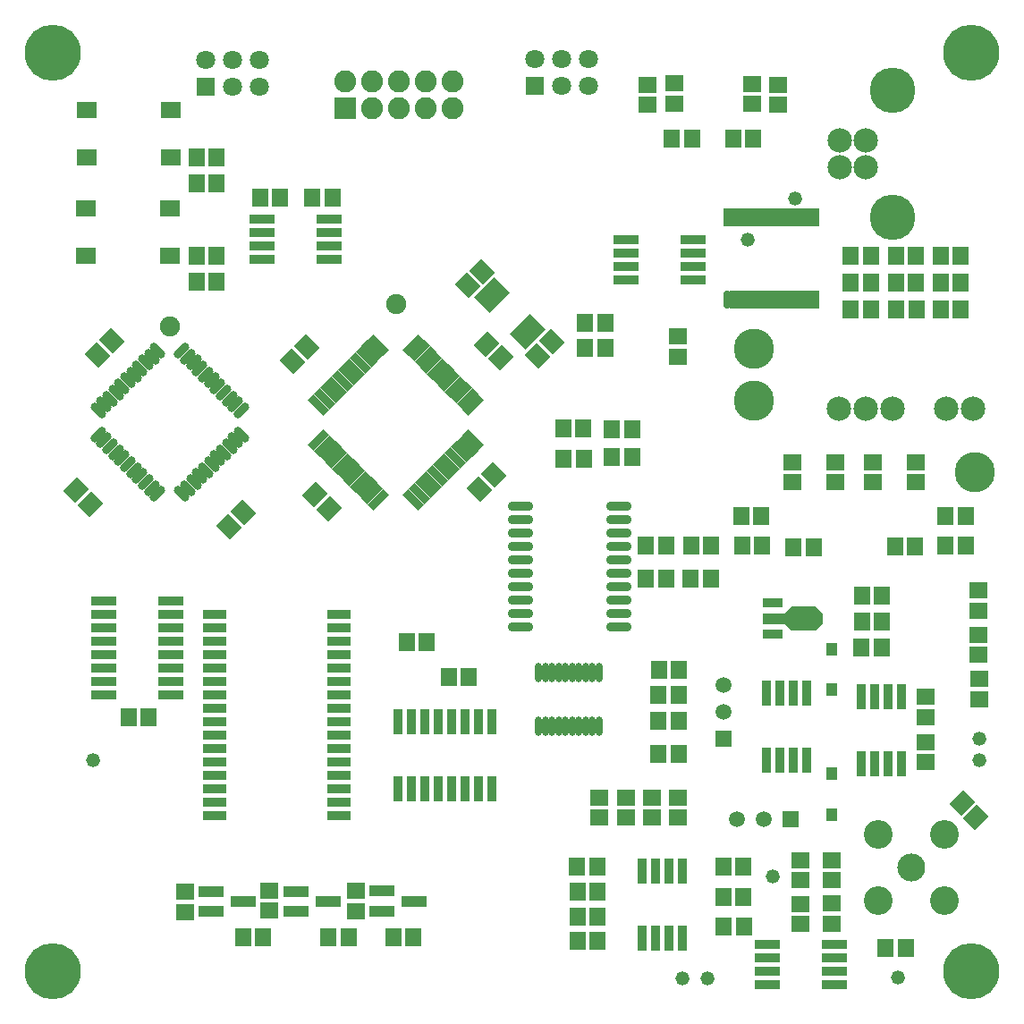
<source format=gts>
G04*
G04 #@! TF.GenerationSoftware,Altium Limited,Altium Designer,21.6.4 (81)*
G04*
G04 Layer_Color=8388736*
%FSLAX25Y25*%
%MOIN*%
G70*
G04*
G04 #@! TF.SameCoordinates,DCC330B1-B26A-4D2F-83E0-9CF8D3C12DAD*
G04*
G04*
G04 #@! TF.FilePolarity,Negative*
G04*
G01*
G75*
%ADD43C,0.07500*%
%ADD44R,0.06318X0.07106*%
%ADD45R,0.07106X0.06318*%
%ADD46R,0.03600X0.09200*%
%ADD47R,0.09200X0.04350*%
%ADD48R,0.09224X0.04350*%
%ADD49R,0.09074X0.03365*%
%ADD50O,0.02578X0.07302*%
%ADD51R,0.04153X0.05137*%
%ADD52C,0.05200*%
G04:AMPARAMS|DCode=53|XSize=82.87mil|YSize=31.69mil|CornerRadius=0mil|HoleSize=0mil|Usage=FLASHONLY|Rotation=225.000|XOffset=0mil|YOffset=0mil|HoleType=Round|Shape=Rectangle|*
%AMROTATEDRECTD53*
4,1,4,0.01810,0.04050,0.04050,0.01810,-0.01810,-0.04050,-0.04050,-0.01810,0.01810,0.04050,0.0*
%
%ADD53ROTATEDRECTD53*%

G04:AMPARAMS|DCode=54|XSize=82.87mil|YSize=31.69mil|CornerRadius=0mil|HoleSize=0mil|Usage=FLASHONLY|Rotation=315.000|XOffset=0mil|YOffset=0mil|HoleType=Round|Shape=Rectangle|*
%AMROTATEDRECTD54*
4,1,4,-0.04050,0.01810,-0.01810,0.04050,0.04050,-0.01810,0.01810,-0.04050,-0.04050,0.01810,0.0*
%
%ADD54ROTATEDRECTD54*%

%ADD55O,0.09468X0.03562*%
G04:AMPARAMS|DCode=56|XSize=63.18mil|YSize=71.06mil|CornerRadius=0mil|HoleSize=0mil|Usage=FLASHONLY|Rotation=135.000|XOffset=0mil|YOffset=0mil|HoleType=Round|Shape=Rectangle|*
%AMROTATEDRECTD56*
4,1,4,0.04746,0.00278,-0.00278,-0.04746,-0.04746,-0.00278,0.00278,0.04746,0.04746,0.00278,0.0*
%
%ADD56ROTATEDRECTD56*%

%ADD57R,0.09200X0.03600*%
G04:AMPARAMS|DCode=58|XSize=63.18mil|YSize=71.06mil|CornerRadius=0mil|HoleSize=0mil|Usage=FLASHONLY|Rotation=45.000|XOffset=0mil|YOffset=0mil|HoleType=Round|Shape=Rectangle|*
%AMROTATEDRECTD58*
4,1,4,0.00278,-0.04746,-0.04746,0.00278,-0.00278,0.04746,0.04746,-0.00278,0.00278,-0.04746,0.0*
%
%ADD58ROTATEDRECTD58*%

%ADD59R,0.07302X0.06318*%
%ADD60R,0.06318X0.07106*%
%ADD61R,0.09074X0.03956*%
G04:AMPARAMS|DCode=62|XSize=82.87mil|YSize=106.49mil|CornerRadius=0mil|HoleSize=0mil|Usage=FLASHONLY|Rotation=315.000|XOffset=0mil|YOffset=0mil|HoleType=Round|Shape=Rectangle|*
%AMROTATEDRECTD62*
4,1,4,-0.06695,-0.00835,0.00835,0.06695,0.06695,0.00835,-0.00835,-0.06695,-0.06695,-0.00835,0.0*
%
%ADD62ROTATEDRECTD62*%

%ADD63R,0.07499X0.03562*%
%ADD64R,0.02696X0.06909*%
G04:AMPARAMS|DCode=65|XSize=31.69mil|YSize=69.09mil|CornerRadius=0mil|HoleSize=0mil|Usage=FLASHONLY|Rotation=225.000|XOffset=0mil|YOffset=0mil|HoleType=Round|Shape=Round|*
%AMOVALD65*
21,1,0.03740,0.03169,0.00000,0.00000,315.0*
1,1,0.03169,-0.01322,0.01322*
1,1,0.03169,0.01322,-0.01322*
%
%ADD65OVALD65*%

G04:AMPARAMS|DCode=66|XSize=31.69mil|YSize=69.09mil|CornerRadius=0mil|HoleSize=0mil|Usage=FLASHONLY|Rotation=315.000|XOffset=0mil|YOffset=0mil|HoleType=Round|Shape=Round|*
%AMOVALD66*
21,1,0.03740,0.03169,0.00000,0.00000,45.0*
1,1,0.03169,-0.01322,-0.01322*
1,1,0.03169,0.01322,0.01322*
%
%ADD66OVALD66*%

%ADD67O,0.02696X0.06909*%
%ADD68R,0.07106X0.06318*%
%ADD69C,0.10400*%
%ADD70C,0.10700*%
%ADD71C,0.09074*%
%ADD72R,0.05924X0.05924*%
%ADD73C,0.05924*%
%ADD74C,0.08200*%
%ADD75R,0.08200X0.08200*%
%ADD76C,0.07106*%
%ADD77C,0.14980*%
%ADD78R,0.07106X0.07106*%
%ADD79R,0.05924X0.05924*%
%ADD80C,0.16948*%
%ADD81C,0.20885*%
G36*
X299868Y151830D02*
X299871Y151830D01*
X299904Y151824D01*
X299938Y151819D01*
X300002Y151800D01*
X300064Y151774D01*
X300097Y151756D01*
X300124Y151742D01*
X300179Y151703D01*
X300229Y151658D01*
X300229Y151658D01*
X302788Y149099D01*
X302833Y149048D01*
X302872Y148994D01*
X302904Y148934D01*
X302930Y148872D01*
X302949Y148808D01*
X302954Y148774D01*
X302960Y148741D01*
X302960Y148738D01*
X302964Y148674D01*
X302964Y148674D01*
Y145918D01*
X302964Y145918D01*
X302960Y145854D01*
X302960Y145851D01*
X302954Y145817D01*
X302949Y145784D01*
X302930Y145719D01*
X302904Y145657D01*
X302872Y145598D01*
X302833Y145543D01*
X302788Y145493D01*
X302788Y145493D01*
X300229Y142934D01*
X300229Y142934D01*
X300179Y142889D01*
X300124Y142850D01*
X300097Y142835D01*
X300064Y142817D01*
X300002Y142792D01*
X299938Y142773D01*
X299904Y142767D01*
X299871Y142762D01*
X299868Y142761D01*
X299804Y142758D01*
X299804Y142758D01*
X291536D01*
X291536Y142758D01*
X291472Y142761D01*
X291469Y142762D01*
X291436Y142767D01*
X291402Y142773D01*
X291338Y142792D01*
X291275Y142817D01*
X291243Y142835D01*
X291216Y142850D01*
X291161Y142889D01*
X291111Y142934D01*
X291111Y142934D01*
X288552Y145493D01*
X288507Y145543D01*
X288468Y145598D01*
X288436Y145657D01*
X288410Y145719D01*
X288391Y145784D01*
X288386Y145817D01*
X288380Y145851D01*
X288380Y145854D01*
X288376Y145918D01*
X288376Y145918D01*
Y148674D01*
X288376Y148674D01*
X288380Y148738D01*
X288380Y148741D01*
X288386Y148774D01*
X288391Y148808D01*
X288410Y148872D01*
X288436Y148934D01*
X288468Y148994D01*
X288507Y149048D01*
X288552Y149099D01*
X288552Y149099D01*
X291111Y151658D01*
X291111Y151658D01*
X291161Y151703D01*
X291216Y151742D01*
X291243Y151756D01*
X291275Y151774D01*
X291338Y151800D01*
X291402Y151819D01*
X291436Y151824D01*
X291469Y151830D01*
X291472Y151830D01*
X291536Y151834D01*
X291536Y151834D01*
X299804D01*
X299804Y151834D01*
X299868Y151830D01*
D02*
G37*
D43*
X143800Y264700D02*
D03*
X59504Y256105D02*
D03*
D44*
X249180Y109300D02*
D03*
X241700D02*
D03*
Y118800D02*
D03*
X249180D02*
D03*
X320840Y262400D02*
D03*
X313360D02*
D03*
X346797Y262400D02*
D03*
X354277D02*
D03*
X218880Y45700D02*
D03*
X211400D02*
D03*
X211360Y54900D02*
D03*
X218840D02*
D03*
X313360Y272600D02*
D03*
X320840D02*
D03*
X330240Y262400D02*
D03*
X337720D02*
D03*
X150300Y28578D02*
D03*
X142820D02*
D03*
X118700D02*
D03*
X126180D02*
D03*
X86884Y28694D02*
D03*
X94364D02*
D03*
X348591Y185638D02*
D03*
X356071D02*
D03*
X253707Y162092D02*
D03*
X93220Y304100D02*
D03*
X147826Y138643D02*
D03*
X155306D02*
D03*
X163418Y125459D02*
D03*
X170899D02*
D03*
X277040Y326100D02*
D03*
X269560D02*
D03*
X253760Y174400D02*
D03*
X261240D02*
D03*
X272460Y185600D02*
D03*
X279940D02*
D03*
X324920Y156000D02*
D03*
X317439D02*
D03*
X44120Y110500D02*
D03*
X214320Y257500D02*
D03*
Y248185D02*
D03*
X76980Y282542D02*
D03*
X261187Y162092D02*
D03*
X76980Y319300D02*
D03*
X112600Y304100D02*
D03*
X100700D02*
D03*
X337577Y272700D02*
D03*
X51600Y110500D02*
D03*
X221800Y257500D02*
D03*
Y248185D02*
D03*
X320840Y282400D02*
D03*
X313360D02*
D03*
X299410Y174000D02*
D03*
X291930D02*
D03*
X329900Y174100D02*
D03*
X337380D02*
D03*
X244454Y162092D02*
D03*
X236974D02*
D03*
X326341Y24494D02*
D03*
X333821D02*
D03*
X236960Y174400D02*
D03*
X244440D02*
D03*
X249140Y96900D02*
D03*
X241660D02*
D03*
X265860Y54984D02*
D03*
X273340D02*
D03*
X273340Y43600D02*
D03*
X265860D02*
D03*
X265920Y32600D02*
D03*
X273400D02*
D03*
X354277Y282400D02*
D03*
X346797D02*
D03*
X354277Y272700D02*
D03*
X346797D02*
D03*
X337577Y282400D02*
D03*
X330097D02*
D03*
X206260Y206800D02*
D03*
X213740D02*
D03*
X69500Y282542D02*
D03*
X206160Y218100D02*
D03*
X213640D02*
D03*
X249200Y128300D02*
D03*
X241720D02*
D03*
X330097Y272700D02*
D03*
X317320Y136600D02*
D03*
X324800D02*
D03*
X218960Y36300D02*
D03*
X211480D02*
D03*
X219000Y27100D02*
D03*
X211520D02*
D03*
X317439Y146150D02*
D03*
X324920D02*
D03*
X120080Y304100D02*
D03*
X69500Y319300D02*
D03*
X254140Y326100D02*
D03*
X246660D02*
D03*
X76981Y273010D02*
D03*
X69501D02*
D03*
X76981Y309714D02*
D03*
X69501D02*
D03*
D45*
X341200Y101200D02*
D03*
Y93720D02*
D03*
X65184Y37994D02*
D03*
Y45475D02*
D03*
X96684Y38394D02*
D03*
Y45875D02*
D03*
X128784Y38294D02*
D03*
Y45775D02*
D03*
X361016Y157800D02*
D03*
Y150320D02*
D03*
X219700Y73160D02*
D03*
Y80640D02*
D03*
X306200Y57280D02*
D03*
Y49800D02*
D03*
X306300Y41080D02*
D03*
Y33600D02*
D03*
X294616Y57280D02*
D03*
Y49800D02*
D03*
X294600Y41000D02*
D03*
Y33520D02*
D03*
X341200Y110600D02*
D03*
Y118080D02*
D03*
X249000Y80540D02*
D03*
Y73060D02*
D03*
X239300Y73120D02*
D03*
Y80600D02*
D03*
X229507Y80540D02*
D03*
Y73060D02*
D03*
X249007Y244911D02*
D03*
Y252391D02*
D03*
X361016Y133783D02*
D03*
Y141264D02*
D03*
X237400Y338760D02*
D03*
Y346240D02*
D03*
X286200Y338780D02*
D03*
Y346261D02*
D03*
X321560Y205600D02*
D03*
Y198120D02*
D03*
X307534D02*
D03*
Y205600D02*
D03*
X361100Y117300D02*
D03*
Y124780D02*
D03*
X337400Y198100D02*
D03*
Y205580D02*
D03*
X291700Y205540D02*
D03*
Y198060D02*
D03*
D46*
X317112Y118200D02*
D03*
X322112D02*
D03*
X327112D02*
D03*
X332112D02*
D03*
Y93200D02*
D03*
X327112D02*
D03*
X322112D02*
D03*
X317112D02*
D03*
X179500Y83800D02*
D03*
X159500D02*
D03*
X154500D02*
D03*
X149500D02*
D03*
X144500D02*
D03*
X164500D02*
D03*
X169500D02*
D03*
X174500D02*
D03*
X179500Y108800D02*
D03*
X174500D02*
D03*
X169500D02*
D03*
X164500D02*
D03*
X159500D02*
D03*
X154500D02*
D03*
X149500D02*
D03*
X144500D02*
D03*
X250600Y53300D02*
D03*
X245600D02*
D03*
X240600D02*
D03*
X235600D02*
D03*
Y28300D02*
D03*
X240600D02*
D03*
X245600D02*
D03*
X250600D02*
D03*
X282043Y119561D02*
D03*
X287043D02*
D03*
X292043D02*
D03*
X297043D02*
D03*
Y94561D02*
D03*
X292043D02*
D03*
X287043D02*
D03*
X282043D02*
D03*
D47*
X150400Y42000D02*
D03*
X138400Y38260D02*
D03*
X118408Y41960D02*
D03*
X106408Y38220D02*
D03*
X86795Y41960D02*
D03*
X74795Y38220D02*
D03*
D48*
X138400Y45740D02*
D03*
X106408Y45700D02*
D03*
X74795D02*
D03*
D49*
X122455Y74000D02*
D03*
Y79000D02*
D03*
Y84000D02*
D03*
Y89000D02*
D03*
Y94000D02*
D03*
Y99000D02*
D03*
Y104000D02*
D03*
Y119000D02*
D03*
Y124000D02*
D03*
Y129000D02*
D03*
Y134000D02*
D03*
Y139000D02*
D03*
Y144000D02*
D03*
X76156Y74000D02*
D03*
Y79000D02*
D03*
Y84000D02*
D03*
Y89000D02*
D03*
Y94000D02*
D03*
Y99000D02*
D03*
Y104000D02*
D03*
Y119000D02*
D03*
Y124000D02*
D03*
Y134000D02*
D03*
Y139000D02*
D03*
Y144000D02*
D03*
Y149000D02*
D03*
Y114000D02*
D03*
X122455Y149000D02*
D03*
Y109000D02*
D03*
X76156Y129000D02*
D03*
Y109000D02*
D03*
X122455Y114000D02*
D03*
D50*
X206950Y107261D02*
D03*
X204450D02*
D03*
X201950D02*
D03*
X199450D02*
D03*
X196950D02*
D03*
X219450D02*
D03*
Y127339D02*
D03*
X216950D02*
D03*
X214450D02*
D03*
X211950D02*
D03*
X209450D02*
D03*
X206950D02*
D03*
X204450D02*
D03*
X201950D02*
D03*
X199450D02*
D03*
X196950D02*
D03*
X216950Y107261D02*
D03*
X214450D02*
D03*
X211950D02*
D03*
X209450D02*
D03*
D51*
X306205Y120721D02*
D03*
Y135879D02*
D03*
Y89479D02*
D03*
Y74321D02*
D03*
D52*
X331000Y13400D02*
D03*
X361100Y94561D02*
D03*
X259900Y13300D02*
D03*
X250600Y13100D02*
D03*
X30906Y94400D02*
D03*
X284343Y51186D02*
D03*
X361100Y102400D02*
D03*
X274743Y288500D02*
D03*
X292657Y304030D02*
D03*
D53*
X163708Y235922D02*
D03*
X168163Y231468D02*
D03*
X172617Y227014D02*
D03*
X114990Y213930D02*
D03*
X117218Y211703D02*
D03*
X119445Y209475D02*
D03*
X121672Y207248D02*
D03*
X123899Y205021D02*
D03*
X126126Y202794D02*
D03*
X128353Y200567D02*
D03*
X130580Y198340D02*
D03*
X132807Y196113D02*
D03*
X135034Y193886D02*
D03*
X137262Y191659D02*
D03*
X152573Y247058D02*
D03*
X157027Y242604D02*
D03*
X161481Y238149D02*
D03*
X165936Y233695D02*
D03*
X170390Y229241D02*
D03*
X150346Y249285D02*
D03*
X154800Y244831D02*
D03*
X159254Y240376D02*
D03*
D54*
X150346Y191659D02*
D03*
X154800Y196113D02*
D03*
X159254Y200567D02*
D03*
X163708Y205021D02*
D03*
X168163Y209475D02*
D03*
X172617Y213930D02*
D03*
X114991Y227014D02*
D03*
X117218Y229241D02*
D03*
X119445Y231468D02*
D03*
X121672Y233695D02*
D03*
X123899Y235922D02*
D03*
X126126Y238149D02*
D03*
X128353Y240377D02*
D03*
X130580Y242604D02*
D03*
X132807Y244831D02*
D03*
X135034Y247058D02*
D03*
X137262Y249285D02*
D03*
X152573Y193886D02*
D03*
X157027Y198340D02*
D03*
X161481Y202794D02*
D03*
X165936Y207248D02*
D03*
X170390Y211702D02*
D03*
D55*
X226907Y189300D02*
D03*
X190293Y144300D02*
D03*
Y189300D02*
D03*
Y184300D02*
D03*
Y179300D02*
D03*
Y174300D02*
D03*
Y169300D02*
D03*
Y164300D02*
D03*
Y159300D02*
D03*
Y154300D02*
D03*
Y149300D02*
D03*
X226907Y184300D02*
D03*
Y179300D02*
D03*
Y174300D02*
D03*
Y169300D02*
D03*
Y164300D02*
D03*
Y159300D02*
D03*
Y154300D02*
D03*
Y149300D02*
D03*
Y144300D02*
D03*
D56*
X360045Y73255D02*
D03*
X354755Y78545D02*
D03*
X29989Y190011D02*
D03*
X118800Y188111D02*
D03*
X182747Y244413D02*
D03*
X24700Y195300D02*
D03*
X113511Y193400D02*
D03*
X177458Y249703D02*
D03*
D57*
X229507Y288500D02*
D03*
X93800Y286200D02*
D03*
X35006Y119000D02*
D03*
Y124000D02*
D03*
Y129000D02*
D03*
Y134000D02*
D03*
Y139000D02*
D03*
Y144000D02*
D03*
Y149000D02*
D03*
Y154000D02*
D03*
X60006Y149000D02*
D03*
Y144000D02*
D03*
Y139000D02*
D03*
Y119000D02*
D03*
Y124000D02*
D03*
Y129000D02*
D03*
Y134000D02*
D03*
Y154000D02*
D03*
X229507Y273500D02*
D03*
X93800Y291200D02*
D03*
X254507Y288500D02*
D03*
X282100Y25900D02*
D03*
Y20900D02*
D03*
Y15900D02*
D03*
Y10900D02*
D03*
X307100D02*
D03*
Y15900D02*
D03*
Y20900D02*
D03*
Y25900D02*
D03*
X118800Y296200D02*
D03*
Y291200D02*
D03*
Y286200D02*
D03*
Y281200D02*
D03*
X93800D02*
D03*
Y296200D02*
D03*
X229507Y278500D02*
D03*
Y283500D02*
D03*
X254507D02*
D03*
Y278500D02*
D03*
Y273500D02*
D03*
D58*
X86989Y186889D02*
D03*
X32663Y245643D02*
D03*
X175883Y276700D02*
D03*
X201976Y250607D02*
D03*
X110600Y248500D02*
D03*
X81700Y181600D02*
D03*
X37952Y250932D02*
D03*
X105311Y243211D02*
D03*
X196686Y245318D02*
D03*
X170594Y271410D02*
D03*
X180145Y200845D02*
D03*
X174855Y195555D02*
D03*
D59*
X28264Y300258D02*
D03*
X59564D02*
D03*
X28550Y319242D02*
D03*
X59850D02*
D03*
Y336958D02*
D03*
X28550D02*
D03*
X59564Y282542D02*
D03*
X28264D02*
D03*
D60*
X224360Y217800D02*
D03*
X231840D02*
D03*
X272770Y174600D02*
D03*
X280250D02*
D03*
X348591Y174409D02*
D03*
X356071D02*
D03*
X231830Y207500D02*
D03*
X224350D02*
D03*
D61*
X285040Y147296D02*
D03*
D62*
X179531Y267758D02*
D03*
X192963Y254326D02*
D03*
D63*
X284253Y141390D02*
D03*
Y153201D02*
D03*
D64*
X277302Y296954D02*
D03*
X279861D02*
D03*
X282420D02*
D03*
X287539D02*
D03*
X290098D02*
D03*
X295216D02*
D03*
X297775D02*
D03*
X300334D02*
D03*
X292657D02*
D03*
X284980D02*
D03*
X274743D02*
D03*
X272184D02*
D03*
X282420Y266246D02*
D03*
X269625D02*
D03*
X272184D02*
D03*
X274743D02*
D03*
X277302D02*
D03*
X279861D02*
D03*
X284980D02*
D03*
X287539D02*
D03*
X290098D02*
D03*
X292657D02*
D03*
X295216D02*
D03*
X297775D02*
D03*
X300334D02*
D03*
X267066Y296954D02*
D03*
X269625D02*
D03*
D65*
X48368Y240516D02*
D03*
X50595Y242743D02*
D03*
X52822Y244970D02*
D03*
X55049Y247197D02*
D03*
X86229Y216018D02*
D03*
X84002Y213790D02*
D03*
X81775Y211563D02*
D03*
X79548Y209336D02*
D03*
X77321Y207109D02*
D03*
X75093Y204882D02*
D03*
X72866Y202655D02*
D03*
X70639Y200428D02*
D03*
X68412Y198201D02*
D03*
X66185Y195974D02*
D03*
X63958Y193746D02*
D03*
X32778Y224926D02*
D03*
X35006Y227153D02*
D03*
X37233Y229380D02*
D03*
X39460Y231607D02*
D03*
X41687Y233834D02*
D03*
X43914Y236061D02*
D03*
X46141Y238289D02*
D03*
D66*
X63958Y247197D02*
D03*
X66185Y244970D02*
D03*
X68412Y242743D02*
D03*
X70639Y240516D02*
D03*
X72866Y238289D02*
D03*
X75093Y236061D02*
D03*
X77321Y233834D02*
D03*
X79548Y231607D02*
D03*
X81775Y229380D02*
D03*
X84002Y227153D02*
D03*
X86229Y224926D02*
D03*
X55049Y193746D02*
D03*
X52822Y195974D02*
D03*
X50595Y198201D02*
D03*
X48368Y200428D02*
D03*
X46141Y202655D02*
D03*
X43914Y204882D02*
D03*
X41687Y207109D02*
D03*
X39460Y209336D02*
D03*
X37233Y211563D02*
D03*
X35006Y213790D02*
D03*
X32778Y216018D02*
D03*
D67*
X267066Y266246D02*
D03*
D68*
X276400Y339200D02*
D03*
Y346680D02*
D03*
X247400Y346780D02*
D03*
Y339300D02*
D03*
D69*
X335753Y54590D02*
D03*
D70*
X323430Y42267D02*
D03*
X348076D02*
D03*
Y66913D02*
D03*
X323430D02*
D03*
D71*
X308980Y225400D02*
D03*
X328980D02*
D03*
X358980D02*
D03*
X318980D02*
D03*
X318957Y325499D02*
D03*
X309115D02*
D03*
X318957Y315657D02*
D03*
X309115D02*
D03*
X348980Y225400D02*
D03*
D72*
X290800Y72400D02*
D03*
D73*
X280800D02*
D03*
X270800D02*
D03*
X265800Y122400D02*
D03*
Y112400D02*
D03*
D74*
X164800Y337600D02*
D03*
X154800Y347600D02*
D03*
X144800D02*
D03*
Y337600D02*
D03*
X134800D02*
D03*
Y347600D02*
D03*
X154800Y337600D02*
D03*
X124800Y347600D02*
D03*
X164800D02*
D03*
D75*
X124800Y337600D02*
D03*
D76*
X93000Y355700D02*
D03*
X83000D02*
D03*
X73000D02*
D03*
X93000Y345700D02*
D03*
X205700Y345908D02*
D03*
X215700D02*
D03*
X205700Y355908D02*
D03*
X195700D02*
D03*
X83000Y345700D02*
D03*
X215700Y355908D02*
D03*
D77*
X277302Y248018D02*
D03*
Y228700D02*
D03*
X359500Y201800D02*
D03*
D78*
X195700Y345908D02*
D03*
X73000Y345700D02*
D03*
D79*
X265800Y102400D02*
D03*
D80*
X328800Y296956D02*
D03*
Y344200D02*
D03*
D81*
X15748Y15748D02*
D03*
X358268D02*
D03*
X15748Y358268D02*
D03*
X358268D02*
D03*
M02*

</source>
